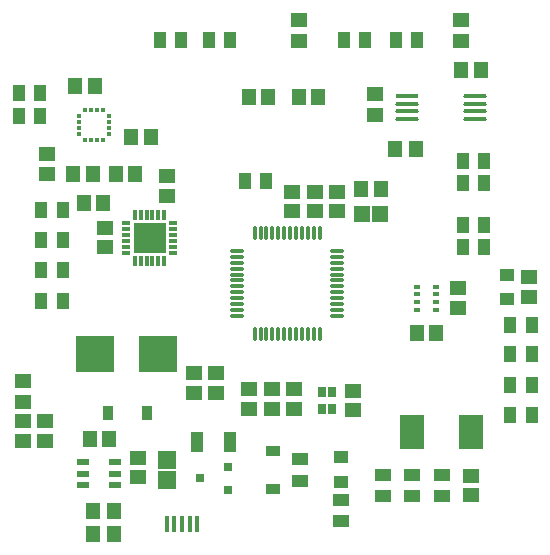
<source format=gtp>
G04*
G04 #@! TF.GenerationSoftware,Altium Limited,Altium Designer,21.7.1 (17)*
G04*
G04 Layer_Color=8421504*
%FSLAX42Y42*%
%MOMM*%
G71*
G04*
G04 #@! TF.SameCoordinates,023FFD1A-8B7E-49EE-8FAD-F7FEFAD85E63*
G04*
G04*
G04 #@! TF.FilePolarity,Positive*
G04*
G01*
G75*
%ADD16R,0.40X1.35*%
%ADD17R,1.35X1.00*%
%ADD18R,1.96X0.42*%
G04:AMPARAMS|DCode=19|XSize=1.96mm|YSize=0.42mm|CornerRadius=0.21mm|HoleSize=0mm|Usage=FLASHONLY|Rotation=0.000|XOffset=0mm|YOffset=0mm|HoleType=Round|Shape=RoundedRectangle|*
%AMROUNDEDRECTD19*
21,1,1.96,0.00,0,0,0.0*
21,1,1.53,0.42,0,0,0.0*
1,1,0.42,0.77,0.00*
1,1,0.42,-0.77,0.00*
1,1,0.42,-0.77,0.00*
1,1,0.42,0.77,0.00*
%
%ADD19ROUNDEDRECTD19*%
%ADD20R,1.00X1.35*%
%ADD21R,1.40X1.25*%
%ADD22R,0.80X0.80*%
%ADD23R,0.80X0.35*%
%ADD24R,0.35X0.85*%
%ADD25R,2.70X2.60*%
%ADD26R,1.25X1.40*%
%ADD27R,0.30X0.45*%
%ADD28R,0.45X0.30*%
%ADD29R,1.35X1.15*%
%ADD30R,0.50X0.35*%
%ADD31R,3.20X3.10*%
%ADD32R,0.91X1.22*%
%ADD33R,1.20X1.10*%
%ADD34R,0.65X0.85*%
%ADD35R,2.00X3.00*%
%ADD36R,1.22X0.91*%
%ADD37O,0.30X1.20*%
%ADD38O,1.20X0.30*%
%ADD39R,1.00X0.60*%
%ADD40R,1.56X1.55*%
%ADD41R,1.15X1.35*%
%ADD42R,1.00X1.80*%
%ADD43R,1.35X1.46*%
D16*
X4240Y2967D02*
D03*
X4175D02*
D03*
X4110D02*
D03*
X4045D02*
D03*
X3980D02*
D03*
D17*
X6060Y3200D02*
D03*
Y3380D02*
D03*
X5458Y2990D02*
D03*
Y3170D02*
D03*
X5110Y3510D02*
D03*
Y3330D02*
D03*
X5810Y3380D02*
D03*
Y3200D02*
D03*
X6310Y3380D02*
D03*
Y3200D02*
D03*
D18*
X6012Y6587D02*
D03*
D19*
Y6522D02*
D03*
Y6457D02*
D03*
Y6392D02*
D03*
X6588D02*
D03*
Y6457D02*
D03*
Y6522D02*
D03*
Y6587D02*
D03*
D20*
X4340Y7060D02*
D03*
X4520D02*
D03*
X4100Y7060D02*
D03*
X3920D02*
D03*
X2730Y6420D02*
D03*
X2910D02*
D03*
X2730Y6610D02*
D03*
X2910D02*
D03*
X3100Y5620D02*
D03*
Y5370D02*
D03*
X3100Y5110D02*
D03*
X3100Y4850D02*
D03*
X6890Y4650D02*
D03*
X7070D02*
D03*
X6890Y3890D02*
D03*
X7070D02*
D03*
X6890Y4140D02*
D03*
X7070D02*
D03*
X6890Y4400D02*
D03*
X7070D02*
D03*
X6490Y5847D02*
D03*
X6670D02*
D03*
X6490Y6038D02*
D03*
X6670D02*
D03*
X6490Y5307D02*
D03*
X6670D02*
D03*
X2920Y4850D02*
D03*
X2920Y5110D02*
D03*
X4820Y5870D02*
D03*
X4640D02*
D03*
X6490Y5497D02*
D03*
X6670D02*
D03*
X6100Y7060D02*
D03*
X5920D02*
D03*
X5480D02*
D03*
X5660D02*
D03*
X2920Y5620D02*
D03*
Y5370D02*
D03*
D21*
X3740Y3358D02*
D03*
Y3522D02*
D03*
X2970Y6092D02*
D03*
Y5928D02*
D03*
X6450Y4958D02*
D03*
Y4792D02*
D03*
X3985Y5907D02*
D03*
Y5742D02*
D03*
X3460Y5308D02*
D03*
Y5472D02*
D03*
X4400Y4238D02*
D03*
Y4072D02*
D03*
X4210Y4238D02*
D03*
Y4072D02*
D03*
X5560Y4092D02*
D03*
Y3928D02*
D03*
X5045Y5775D02*
D03*
Y5610D02*
D03*
X5235Y5775D02*
D03*
Y5610D02*
D03*
X5425Y5775D02*
D03*
Y5610D02*
D03*
X6560Y3208D02*
D03*
Y3372D02*
D03*
D22*
X4500Y3255D02*
D03*
Y3445D02*
D03*
X4260Y3350D02*
D03*
D23*
X4035Y5260D02*
D03*
Y5310D02*
D03*
Y5360D02*
D03*
Y5410D02*
D03*
Y5460D02*
D03*
Y5510D02*
D03*
X3635Y5260D02*
D03*
Y5310D02*
D03*
Y5360D02*
D03*
Y5410D02*
D03*
Y5460D02*
D03*
Y5510D02*
D03*
D24*
X3960Y5583D02*
D03*
X3910D02*
D03*
X3860D02*
D03*
X3810D02*
D03*
X3760D02*
D03*
X3710D02*
D03*
X3960Y5188D02*
D03*
X3910D02*
D03*
X3860D02*
D03*
X3810D02*
D03*
X3760D02*
D03*
X3710D02*
D03*
D25*
X3835Y5385D02*
D03*
D26*
X3680Y6240D02*
D03*
X3845D02*
D03*
X3370Y6670D02*
D03*
X3205D02*
D03*
X3188Y5930D02*
D03*
X3353D02*
D03*
X6262Y4583D02*
D03*
X6097D02*
D03*
X3278Y5680D02*
D03*
X3442D02*
D03*
X3547Y5930D02*
D03*
X3712D02*
D03*
X3492Y3680D02*
D03*
X3328D02*
D03*
X5792Y5800D02*
D03*
X5628D02*
D03*
X6475Y6810D02*
D03*
X6640D02*
D03*
X4842Y6580D02*
D03*
X4678D02*
D03*
X5097D02*
D03*
X5262D02*
D03*
D27*
X3440Y6468D02*
D03*
X3390D02*
D03*
X3340D02*
D03*
X3290D02*
D03*
Y6213D02*
D03*
X3340D02*
D03*
X3390D02*
D03*
X3440D02*
D03*
D28*
X3238Y6415D02*
D03*
Y6365D02*
D03*
Y6315D02*
D03*
Y6265D02*
D03*
X3492D02*
D03*
Y6315D02*
D03*
Y6365D02*
D03*
Y6415D02*
D03*
D29*
X2950Y3662D02*
D03*
Y3838D02*
D03*
X2760Y4000D02*
D03*
Y4175D02*
D03*
Y3662D02*
D03*
Y3838D02*
D03*
X6470Y7053D02*
D03*
Y7228D02*
D03*
X5100Y7053D02*
D03*
Y7228D02*
D03*
X5060Y3933D02*
D03*
Y4108D02*
D03*
X4870Y3933D02*
D03*
Y4108D02*
D03*
X4680Y3933D02*
D03*
Y4108D02*
D03*
X7050Y5058D02*
D03*
Y4883D02*
D03*
X5740Y6425D02*
D03*
Y6600D02*
D03*
D30*
X6100Y4778D02*
D03*
Y4842D02*
D03*
Y4908D02*
D03*
Y4972D02*
D03*
X6260D02*
D03*
Y4908D02*
D03*
Y4842D02*
D03*
Y4778D02*
D03*
D31*
X3910Y4400D02*
D03*
X3370D02*
D03*
D32*
X3814Y3900D02*
D03*
X3486D02*
D03*
D33*
X5458Y3530D02*
D03*
Y3320D02*
D03*
X6860Y5075D02*
D03*
Y4865D02*
D03*
D34*
X5297Y4083D02*
D03*
X5383D02*
D03*
X5297Y3938D02*
D03*
X5383D02*
D03*
D35*
X6060Y3740D02*
D03*
X6560D02*
D03*
D36*
X4880Y3256D02*
D03*
Y3584D02*
D03*
D37*
X5275Y5425D02*
D03*
X5225D02*
D03*
X5175D02*
D03*
X5125D02*
D03*
X5075D02*
D03*
X5025D02*
D03*
X4975D02*
D03*
X4925D02*
D03*
X4875D02*
D03*
X4825D02*
D03*
X4775D02*
D03*
X4725D02*
D03*
Y4575D02*
D03*
X4775D02*
D03*
X4825D02*
D03*
X4875D02*
D03*
X4925D02*
D03*
X4975D02*
D03*
X5025D02*
D03*
X5075D02*
D03*
X5125D02*
D03*
X5175D02*
D03*
X5225D02*
D03*
X5275D02*
D03*
D38*
X4575Y5275D02*
D03*
Y5225D02*
D03*
Y5175D02*
D03*
Y5125D02*
D03*
Y5075D02*
D03*
Y5025D02*
D03*
Y4975D02*
D03*
Y4925D02*
D03*
Y4875D02*
D03*
Y4825D02*
D03*
Y4775D02*
D03*
Y4725D02*
D03*
X5425D02*
D03*
Y4775D02*
D03*
Y4825D02*
D03*
Y4875D02*
D03*
Y4925D02*
D03*
Y4975D02*
D03*
Y5025D02*
D03*
Y5075D02*
D03*
Y5125D02*
D03*
Y5175D02*
D03*
Y5225D02*
D03*
Y5275D02*
D03*
D39*
X3275Y3485D02*
D03*
Y3390D02*
D03*
Y3295D02*
D03*
X3545D02*
D03*
Y3390D02*
D03*
Y3485D02*
D03*
D40*
X3980Y3332D02*
D03*
Y3508D02*
D03*
D41*
X3360Y3070D02*
D03*
X3535D02*
D03*
Y2880D02*
D03*
X3360D02*
D03*
X6088Y6140D02*
D03*
X5912D02*
D03*
D42*
X4240Y3660D02*
D03*
X4520D02*
D03*
D43*
X5630Y5590D02*
D03*
X5785D02*
D03*
M02*

</source>
